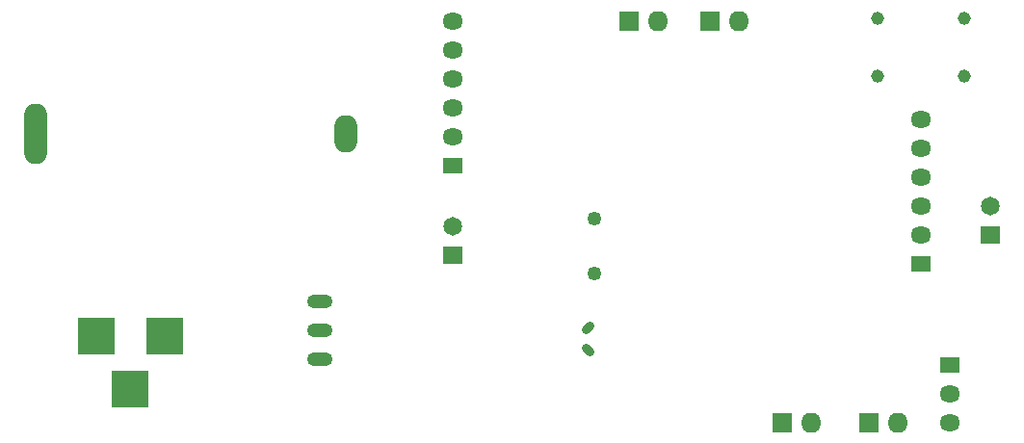
<source format=gbr>
G04 #@! TF.FileFunction,Soldermask,Bot*
%FSLAX46Y46*%
G04 Gerber Fmt 4.6, Leading zero omitted, Abs format (unit mm)*
G04 Created by KiCad (PCBNEW 4.0.2-4+6225~38~ubuntu15.10.1-stable) date Thu 02 Jun 2016 10:57:07 PM PDT*
%MOMM*%
G01*
G04 APERTURE LIST*
%ADD10C,0.100000*%
%ADD11O,2.036000X5.336000*%
%ADD12O,2.036000X3.306000*%
%ADD13R,3.250120X3.250120*%
%ADD14R,1.750000X1.650000*%
%ADD15C,1.650000*%
%ADD16R,1.782000X1.477200*%
%ADD17O,1.782000X1.477200*%
%ADD18C,1.251140*%
%ADD19R,1.782000X1.782000*%
%ADD20O,1.782000X1.782000*%
%ADD21O,2.249360X1.251140*%
%ADD22C,0.750760*%
%ADD23C,1.147000*%
G04 APERTURE END LIST*
D10*
D11*
X80750000Y-90932000D03*
D12*
X107950000Y-90932000D03*
D13*
X92052140Y-108712000D03*
X86052660Y-108712000D03*
X89052400Y-113411000D03*
D14*
X164592000Y-99822000D03*
D15*
X164592000Y-97282000D03*
D14*
X117348000Y-101600000D03*
D15*
X117348000Y-99060000D03*
D16*
X161036000Y-111252000D03*
D17*
X161036000Y-113792000D03*
X161036000Y-116332000D03*
D18*
X129794000Y-98397060D03*
X129794000Y-103278940D03*
D19*
X139954000Y-81026000D03*
D20*
X142494000Y-81026000D03*
D19*
X132842000Y-81026000D03*
D20*
X135382000Y-81026000D03*
D19*
X146304000Y-116332000D03*
D20*
X148844000Y-116332000D03*
D19*
X153924000Y-116332000D03*
D20*
X156464000Y-116332000D03*
D21*
X105664000Y-108204000D03*
X105664000Y-110744000D03*
X105664000Y-105664000D03*
D16*
X117348000Y-93726000D03*
D17*
X117348000Y-91186000D03*
X117348000Y-88646000D03*
X117348000Y-86106000D03*
X117348000Y-83566000D03*
X117348000Y-81026000D03*
D16*
X158496000Y-102362000D03*
D17*
X158496000Y-99822000D03*
X158496000Y-97282000D03*
X158496000Y-94742000D03*
X158496000Y-92202000D03*
X158496000Y-89662000D03*
D22*
X129420845Y-110104145D02*
X129067023Y-109750323D01*
X129067023Y-108181677D02*
X129420845Y-107827855D01*
D23*
X154686000Y-85852000D03*
X154686000Y-80772000D03*
X162306000Y-85852000D03*
X162306000Y-80772000D03*
M02*

</source>
